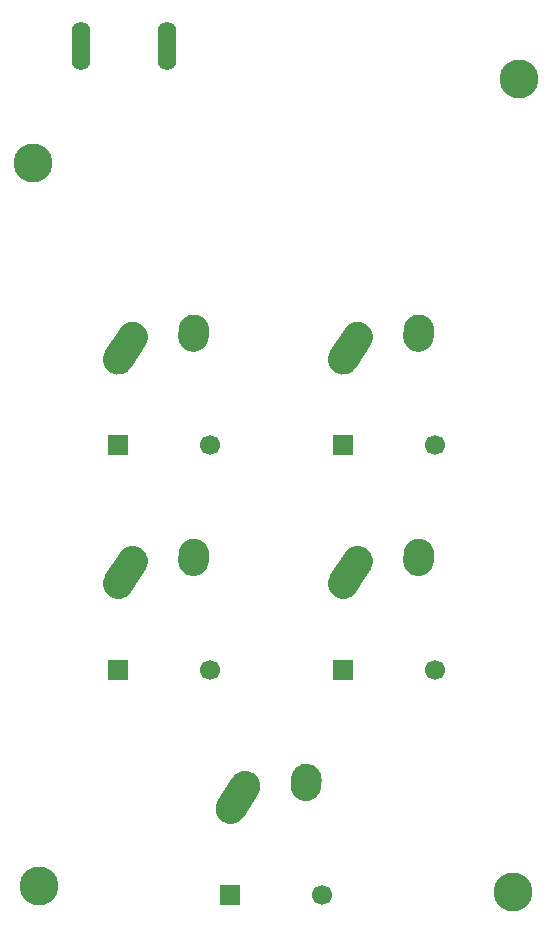
<source format=gts>
G04 #@! TF.GenerationSoftware,KiCad,Pcbnew,(5.1.6)-1*
G04 #@! TF.CreationDate,2020-06-16T18:15:49+02:00*
G04 #@! TF.ProjectId,Tutorial,5475746f-7269-4616-9c2e-6b696361645f,rev?*
G04 #@! TF.SameCoordinates,Original*
G04 #@! TF.FileFunction,Soldermask,Top*
G04 #@! TF.FilePolarity,Negative*
%FSLAX46Y46*%
G04 Gerber Fmt 4.6, Leading zero omitted, Abs format (unit mm)*
G04 Created by KiCad (PCBNEW (5.1.6)-1) date 2020-06-16 18:15:49*
%MOMM*%
%LPD*%
G01*
G04 APERTURE LIST*
%ADD10C,3.300000*%
%ADD11O,1.600000X4.100000*%
%ADD12C,1.700000*%
%ADD13R,1.700000X1.700000*%
G04 APERTURE END LIST*
D10*
G04 #@! TO.C,REF\u002A\u002A*
X50800000Y-33274000D03*
G04 #@! TD*
G04 #@! TO.C,REF\u002A\u002A*
X91948000Y-26162000D03*
G04 #@! TD*
G04 #@! TO.C,REF\u002A\u002A*
X91440000Y-94996000D03*
G04 #@! TD*
G04 #@! TO.C,REF\u002A\u002A*
X51308000Y-94488000D03*
G04 #@! TD*
G04 #@! TO.C,K5*
G36*
G01*
X72640786Y-85898409D02*
X72680234Y-85319752D01*
G75*
G02*
X74065644Y-84111182I1296990J-88420D01*
G01*
X74065644Y-84111182D01*
G75*
G02*
X75274214Y-85496592I-88420J-1296990D01*
G01*
X75234766Y-86075248D01*
G75*
G02*
X73849356Y-87283818I-1296990J88420D01*
G01*
X73849356Y-87283818D01*
G75*
G02*
X72640786Y-85898408I88420J1296990D01*
G01*
G37*
G36*
G01*
X66481629Y-87217826D02*
X67690553Y-85320196D01*
G75*
G02*
X69485451Y-84922276I1096409J-698489D01*
G01*
X69485451Y-84922276D01*
G75*
G02*
X69883371Y-86717174I-698489J-1096409D01*
G01*
X68674447Y-88614804D01*
G75*
G02*
X66879549Y-89012724I-1096409J698489D01*
G01*
X66879549Y-89012724D01*
G75*
G02*
X66481629Y-87217826I698489J1096409D01*
G01*
G37*
G04 #@! TD*
G04 #@! TO.C,K4*
G36*
G01*
X82165786Y-66848409D02*
X82205234Y-66269752D01*
G75*
G02*
X83590644Y-65061182I1296990J-88420D01*
G01*
X83590644Y-65061182D01*
G75*
G02*
X84799214Y-66446592I-88420J-1296990D01*
G01*
X84759766Y-67025248D01*
G75*
G02*
X83374356Y-68233818I-1296990J88420D01*
G01*
X83374356Y-68233818D01*
G75*
G02*
X82165786Y-66848408I88420J1296990D01*
G01*
G37*
G36*
G01*
X76006629Y-68167826D02*
X77215553Y-66270196D01*
G75*
G02*
X79010451Y-65872276I1096409J-698489D01*
G01*
X79010451Y-65872276D01*
G75*
G02*
X79408371Y-67667174I-698489J-1096409D01*
G01*
X78199447Y-69564804D01*
G75*
G02*
X76404549Y-69962724I-1096409J698489D01*
G01*
X76404549Y-69962724D01*
G75*
G02*
X76006629Y-68167826I698489J1096409D01*
G01*
G37*
G04 #@! TD*
G04 #@! TO.C,K3*
G36*
G01*
X63115786Y-66848409D02*
X63155234Y-66269752D01*
G75*
G02*
X64540644Y-65061182I1296990J-88420D01*
G01*
X64540644Y-65061182D01*
G75*
G02*
X65749214Y-66446592I-88420J-1296990D01*
G01*
X65709766Y-67025248D01*
G75*
G02*
X64324356Y-68233818I-1296990J88420D01*
G01*
X64324356Y-68233818D01*
G75*
G02*
X63115786Y-66848408I88420J1296990D01*
G01*
G37*
G36*
G01*
X56956629Y-68167826D02*
X58165553Y-66270196D01*
G75*
G02*
X59960451Y-65872276I1096409J-698489D01*
G01*
X59960451Y-65872276D01*
G75*
G02*
X60358371Y-67667174I-698489J-1096409D01*
G01*
X59149447Y-69564804D01*
G75*
G02*
X57354549Y-69962724I-1096409J698489D01*
G01*
X57354549Y-69962724D01*
G75*
G02*
X56956629Y-68167826I698489J1096409D01*
G01*
G37*
G04 #@! TD*
G04 #@! TO.C,K2*
G36*
G01*
X82165786Y-47861909D02*
X82205234Y-47283252D01*
G75*
G02*
X83590644Y-46074682I1296990J-88420D01*
G01*
X83590644Y-46074682D01*
G75*
G02*
X84799214Y-47460092I-88420J-1296990D01*
G01*
X84759766Y-48038748D01*
G75*
G02*
X83374356Y-49247318I-1296990J88420D01*
G01*
X83374356Y-49247318D01*
G75*
G02*
X82165786Y-47861908I88420J1296990D01*
G01*
G37*
G36*
G01*
X76006629Y-49181326D02*
X77215553Y-47283696D01*
G75*
G02*
X79010451Y-46885776I1096409J-698489D01*
G01*
X79010451Y-46885776D01*
G75*
G02*
X79408371Y-48680674I-698489J-1096409D01*
G01*
X78199447Y-50578304D01*
G75*
G02*
X76404549Y-50976224I-1096409J698489D01*
G01*
X76404549Y-50976224D01*
G75*
G02*
X76006629Y-49181326I698489J1096409D01*
G01*
G37*
G04 #@! TD*
G04 #@! TO.C,K1*
G36*
G01*
X63115786Y-47861909D02*
X63155234Y-47283252D01*
G75*
G02*
X64540644Y-46074682I1296990J-88420D01*
G01*
X64540644Y-46074682D01*
G75*
G02*
X65749214Y-47460092I-88420J-1296990D01*
G01*
X65709766Y-48038748D01*
G75*
G02*
X64324356Y-49247318I-1296990J88420D01*
G01*
X64324356Y-49247318D01*
G75*
G02*
X63115786Y-47861908I88420J1296990D01*
G01*
G37*
G36*
G01*
X56956629Y-49181326D02*
X58165553Y-47283696D01*
G75*
G02*
X59960451Y-46885776I1096409J-698489D01*
G01*
X59960451Y-46885776D01*
G75*
G02*
X60358371Y-48680674I-698489J-1096409D01*
G01*
X59149447Y-50578304D01*
G75*
G02*
X57354549Y-50976224I-1096409J698489D01*
G01*
X57354549Y-50976224D01*
G75*
G02*
X56956629Y-49181326I698489J1096409D01*
G01*
G37*
G04 #@! TD*
D11*
G04 #@! TO.C,J1*
X62159000Y-23381000D03*
X54859000Y-23381000D03*
G04 #@! TD*
D12*
G04 #@! TO.C,D5*
X75337500Y-95250000D03*
D13*
X67537500Y-95250000D03*
G04 #@! TD*
D12*
G04 #@! TO.C,D4*
X84862500Y-76200000D03*
D13*
X77062500Y-76200000D03*
G04 #@! TD*
D12*
G04 #@! TO.C,D3*
X65812500Y-76200000D03*
D13*
X58012500Y-76200000D03*
G04 #@! TD*
D12*
G04 #@! TO.C,D2*
X84862500Y-57150000D03*
D13*
X77062500Y-57150000D03*
G04 #@! TD*
D12*
G04 #@! TO.C,D1*
X65812500Y-57150000D03*
D13*
X58012500Y-57150000D03*
G04 #@! TD*
M02*

</source>
